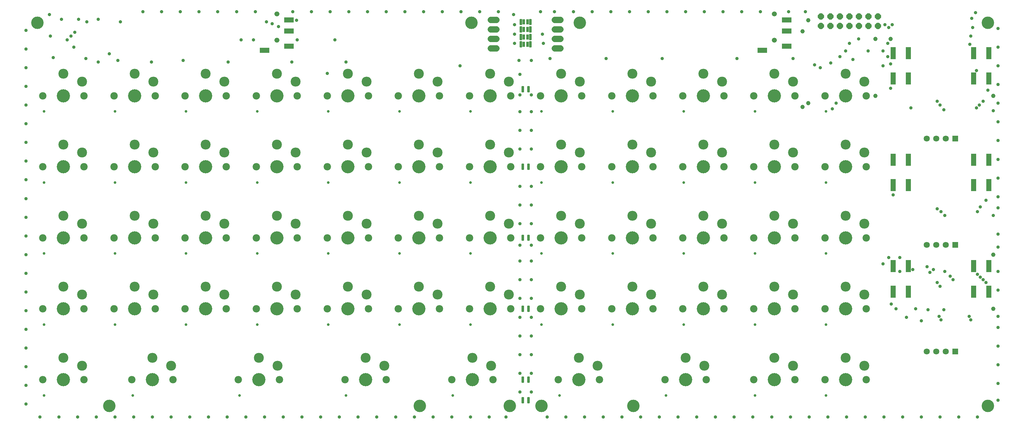
<source format=gts>
G75*
%MOIN*%
%OFA0B0*%
%FSLAX25Y25*%
%IPPOS*%
%LPD*%
%AMOC8*
5,1,8,0,0,1.08239X$1,22.5*
%
%ADD10C,0.13098*%
%ADD11C,0.13886*%
%ADD12C,0.02862*%
%ADD13C,0.07783*%
%ADD14C,0.10500*%
%ADD15R,0.05224X0.13098*%
%ADD16R,0.06406X0.06406*%
%ADD17C,0.06406*%
%ADD18C,0.06500*%
%ADD19R,0.10343X0.05224*%
%ADD20C,0.05224*%
%ADD21R,0.03000X0.05500*%
%ADD22OC8,0.06500*%
%ADD23C,0.03469*%
%ADD24C,0.03075*%
%ADD25C,0.04634*%
D10*
X0095304Y0051813D03*
X0422076Y0051813D03*
X0516564Y0051813D03*
X0550028Y0051813D03*
X0646485Y0051813D03*
X1019517Y0051813D03*
X1019517Y0455356D03*
X0590383Y0455356D03*
X0476209Y0455356D03*
X0019517Y0455356D03*
D11*
X0047076Y0378584D03*
X0121879Y0378584D03*
X0196682Y0378584D03*
X0271485Y0378584D03*
X0346288Y0378584D03*
X0421091Y0378584D03*
X0495894Y0378584D03*
X0570698Y0378584D03*
X0645501Y0378584D03*
X0720304Y0378584D03*
X0795107Y0378584D03*
X0869910Y0378584D03*
X0869910Y0303781D03*
X0795107Y0303781D03*
X0720304Y0303781D03*
X0645501Y0303781D03*
X0570698Y0303781D03*
X0495894Y0303781D03*
X0421091Y0303781D03*
X0346288Y0303781D03*
X0271485Y0303781D03*
X0196682Y0303781D03*
X0121879Y0303781D03*
X0047076Y0303781D03*
X0047076Y0228978D03*
X0121879Y0228978D03*
X0196682Y0228978D03*
X0271485Y0228978D03*
X0346288Y0228978D03*
X0421091Y0228978D03*
X0495894Y0228978D03*
X0570698Y0228978D03*
X0645501Y0228978D03*
X0720304Y0228978D03*
X0795107Y0228978D03*
X0869910Y0228978D03*
X0869910Y0154175D03*
X0795107Y0154175D03*
X0720304Y0154175D03*
X0645501Y0154175D03*
X0570698Y0154175D03*
X0495894Y0154175D03*
X0421091Y0154175D03*
X0346288Y0154175D03*
X0271485Y0154175D03*
X0196682Y0154175D03*
X0121879Y0154175D03*
X0047076Y0154175D03*
X0047076Y0079372D03*
X0140580Y0079372D03*
X0252784Y0079372D03*
X0364989Y0079372D03*
X0477194Y0079372D03*
X0589398Y0079372D03*
X0701603Y0079372D03*
X0795107Y0079372D03*
X0869910Y0079372D03*
D12*
X0849359Y0062836D03*
X0774556Y0062836D03*
X0681052Y0062836D03*
X0568847Y0062836D03*
X0456643Y0062836D03*
X0344438Y0062836D03*
X0232233Y0062836D03*
X0120028Y0062836D03*
X0026524Y0062836D03*
X0026524Y0137639D03*
X0101328Y0137639D03*
X0176131Y0137639D03*
X0250934Y0137639D03*
X0325737Y0137639D03*
X0400540Y0137639D03*
X0475343Y0137639D03*
X0550146Y0137639D03*
X0624950Y0137639D03*
X0699753Y0137639D03*
X0774556Y0137639D03*
X0849359Y0137639D03*
X0849359Y0212443D03*
X0774556Y0212443D03*
X0699753Y0212443D03*
X0624950Y0212443D03*
X0550146Y0212443D03*
X0475343Y0212443D03*
X0400540Y0212443D03*
X0325737Y0212443D03*
X0250934Y0212443D03*
X0176131Y0212443D03*
X0101328Y0212443D03*
X0026524Y0212443D03*
X0026524Y0287246D03*
X0101328Y0287246D03*
X0176131Y0287246D03*
X0250934Y0287246D03*
X0325737Y0287246D03*
X0400540Y0287246D03*
X0475343Y0287246D03*
X0550146Y0287246D03*
X0624950Y0287246D03*
X0699753Y0287246D03*
X0774556Y0287246D03*
X0849359Y0287246D03*
X0849359Y0362049D03*
X0774556Y0362049D03*
X0699753Y0362049D03*
X0624950Y0362049D03*
X0550146Y0362049D03*
X0475343Y0362049D03*
X0400540Y0362049D03*
X0325737Y0362049D03*
X0250934Y0362049D03*
X0176131Y0362049D03*
X0101328Y0362049D03*
X0026524Y0362049D03*
D13*
X0025422Y0378584D03*
X0068729Y0378584D03*
X0100225Y0378584D03*
X0143532Y0378584D03*
X0175028Y0378584D03*
X0218335Y0378584D03*
X0249831Y0378584D03*
X0293139Y0378584D03*
X0324635Y0378584D03*
X0367942Y0378584D03*
X0399438Y0378584D03*
X0442745Y0378584D03*
X0474241Y0378584D03*
X0517548Y0378584D03*
X0549044Y0378584D03*
X0592351Y0378584D03*
X0623847Y0378584D03*
X0667154Y0378584D03*
X0698650Y0378584D03*
X0741957Y0378584D03*
X0773454Y0378584D03*
X0816761Y0378584D03*
X0848257Y0378584D03*
X0891564Y0378584D03*
X0891564Y0303781D03*
X0848257Y0303781D03*
X0816761Y0303781D03*
X0773454Y0303781D03*
X0741957Y0303781D03*
X0698650Y0303781D03*
X0667154Y0303781D03*
X0623847Y0303781D03*
X0592351Y0303781D03*
X0549044Y0303781D03*
X0517548Y0303781D03*
X0474241Y0303781D03*
X0442745Y0303781D03*
X0399438Y0303781D03*
X0367942Y0303781D03*
X0324635Y0303781D03*
X0293139Y0303781D03*
X0249831Y0303781D03*
X0218335Y0303781D03*
X0175028Y0303781D03*
X0143532Y0303781D03*
X0100225Y0303781D03*
X0068729Y0303781D03*
X0025422Y0303781D03*
X0025422Y0228978D03*
X0068729Y0228978D03*
X0100225Y0228978D03*
X0143532Y0228978D03*
X0175028Y0228978D03*
X0218335Y0228978D03*
X0249831Y0228978D03*
X0293139Y0228978D03*
X0324635Y0228978D03*
X0367942Y0228978D03*
X0399438Y0228978D03*
X0442745Y0228978D03*
X0474241Y0228978D03*
X0517548Y0228978D03*
X0549044Y0228978D03*
X0592351Y0228978D03*
X0623847Y0228978D03*
X0667154Y0228978D03*
X0698650Y0228978D03*
X0741957Y0228978D03*
X0773454Y0228978D03*
X0816761Y0228978D03*
X0848257Y0228978D03*
X0891564Y0228978D03*
X0891564Y0154175D03*
X0848257Y0154175D03*
X0816761Y0154175D03*
X0773454Y0154175D03*
X0741957Y0154175D03*
X0698650Y0154175D03*
X0667154Y0154175D03*
X0623847Y0154175D03*
X0592351Y0154175D03*
X0549044Y0154175D03*
X0517548Y0154175D03*
X0474241Y0154175D03*
X0442745Y0154175D03*
X0399438Y0154175D03*
X0367942Y0154175D03*
X0324635Y0154175D03*
X0293139Y0154175D03*
X0249831Y0154175D03*
X0218335Y0154175D03*
X0175028Y0154175D03*
X0143532Y0154175D03*
X0100225Y0154175D03*
X0068729Y0154175D03*
X0025422Y0154175D03*
X0025422Y0079372D03*
X0068729Y0079372D03*
X0118926Y0079372D03*
X0162233Y0079372D03*
X0231131Y0079372D03*
X0274438Y0079372D03*
X0343335Y0079372D03*
X0386643Y0079372D03*
X0455540Y0079372D03*
X0498847Y0079372D03*
X0567745Y0079372D03*
X0611052Y0079372D03*
X0679950Y0079372D03*
X0723257Y0079372D03*
X0773454Y0079372D03*
X0816761Y0079372D03*
X0848257Y0079372D03*
X0891564Y0079372D03*
D14*
X0889595Y0094332D03*
X0869910Y0102600D03*
X0814792Y0094332D03*
X0795107Y0102600D03*
X0721288Y0094332D03*
X0701603Y0102600D03*
X0609083Y0094332D03*
X0589398Y0102600D03*
X0496879Y0094332D03*
X0477194Y0102600D03*
X0384674Y0094332D03*
X0364989Y0102600D03*
X0272469Y0094332D03*
X0252784Y0102600D03*
X0160265Y0094332D03*
X0140580Y0102600D03*
X0066761Y0094332D03*
X0047076Y0102600D03*
X0066761Y0169135D03*
X0047076Y0177403D03*
X0121879Y0177403D03*
X0141564Y0169135D03*
X0196682Y0177403D03*
X0216367Y0169135D03*
X0271485Y0177403D03*
X0291170Y0169135D03*
X0346288Y0177403D03*
X0365973Y0169135D03*
X0421091Y0177403D03*
X0440776Y0169135D03*
X0495894Y0177403D03*
X0515580Y0169135D03*
X0570698Y0177403D03*
X0590383Y0169135D03*
X0645501Y0177403D03*
X0665186Y0169135D03*
X0720304Y0177403D03*
X0739989Y0169135D03*
X0795107Y0177403D03*
X0814792Y0169135D03*
X0869910Y0177403D03*
X0889595Y0169135D03*
X0889595Y0243939D03*
X0869910Y0252206D03*
X0814792Y0243939D03*
X0795107Y0252206D03*
X0739989Y0243939D03*
X0720304Y0252206D03*
X0665186Y0243939D03*
X0645501Y0252206D03*
X0590383Y0243939D03*
X0570698Y0252206D03*
X0515580Y0243939D03*
X0495894Y0252206D03*
X0440776Y0243939D03*
X0421091Y0252206D03*
X0365973Y0243939D03*
X0346288Y0252206D03*
X0291170Y0243939D03*
X0271485Y0252206D03*
X0216367Y0243939D03*
X0196682Y0252206D03*
X0141564Y0243939D03*
X0121879Y0252206D03*
X0066761Y0243939D03*
X0047076Y0252206D03*
X0066761Y0318742D03*
X0047076Y0327009D03*
X0121879Y0327009D03*
X0141564Y0318742D03*
X0196682Y0327009D03*
X0216367Y0318742D03*
X0271485Y0327009D03*
X0291170Y0318742D03*
X0346288Y0327009D03*
X0365973Y0318742D03*
X0421091Y0327009D03*
X0440776Y0318742D03*
X0495894Y0327009D03*
X0515580Y0318742D03*
X0570698Y0327009D03*
X0590383Y0318742D03*
X0645501Y0327009D03*
X0665186Y0318742D03*
X0720304Y0327009D03*
X0739989Y0318742D03*
X0795107Y0327009D03*
X0814792Y0318742D03*
X0869910Y0327009D03*
X0889595Y0318742D03*
X0889595Y0393545D03*
X0869910Y0401813D03*
X0814792Y0393545D03*
X0795107Y0401813D03*
X0739989Y0393545D03*
X0720304Y0401813D03*
X0665186Y0393545D03*
X0645501Y0401813D03*
X0590383Y0393545D03*
X0570698Y0401813D03*
X0515580Y0393545D03*
X0495894Y0401813D03*
X0440776Y0393545D03*
X0421091Y0401813D03*
X0365973Y0393545D03*
X0346288Y0401813D03*
X0291170Y0393545D03*
X0271485Y0401813D03*
X0216367Y0393545D03*
X0196682Y0401813D03*
X0141564Y0393545D03*
X0121879Y0401813D03*
X0066761Y0393545D03*
X0047076Y0401813D03*
D15*
X0920107Y0396694D03*
X0935855Y0396694D03*
X0935855Y0423466D03*
X0920107Y0423466D03*
X1004753Y0423466D03*
X1020501Y0423466D03*
X1020501Y0396694D03*
X1004753Y0396694D03*
X1004753Y0311261D03*
X1020501Y0311261D03*
X1020501Y0284490D03*
X1004753Y0284490D03*
X0935855Y0284490D03*
X0920107Y0284490D03*
X0920107Y0311261D03*
X0935855Y0311261D03*
X0935855Y0199057D03*
X0920107Y0199057D03*
X0920107Y0172285D03*
X0935855Y0172285D03*
X1004753Y0172285D03*
X1020501Y0172285D03*
X1020501Y0199057D03*
X1004753Y0199057D03*
D16*
X0985304Y0221380D03*
X0985304Y0333584D03*
X0985304Y0109175D03*
D17*
X0975304Y0109175D03*
X0965304Y0109175D03*
X0955304Y0109175D03*
X0955304Y0221380D03*
X0965304Y0221380D03*
X0975304Y0221380D03*
X0975304Y0333584D03*
X0965304Y0333584D03*
X0955304Y0333584D03*
D18*
X0569997Y0428545D02*
X0563997Y0428545D01*
X0563997Y0438545D02*
X0569997Y0438545D01*
X0569997Y0448545D02*
X0563997Y0448545D01*
X0563997Y0458545D02*
X0569997Y0458545D01*
X0502595Y0458545D02*
X0496595Y0458545D01*
X0496595Y0448545D02*
X0502595Y0448545D01*
X0502595Y0438545D02*
X0496595Y0438545D01*
X0496595Y0428545D02*
X0502595Y0428545D01*
D19*
X0284280Y0430946D03*
X0258690Y0426616D03*
X0284280Y0446694D03*
X0284280Y0458506D03*
X0782312Y0426616D03*
X0807902Y0430946D03*
X0807902Y0446694D03*
X0807902Y0458506D03*
D20*
X0795107Y0464805D03*
X0795107Y0437246D03*
X0271485Y0437246D03*
X0271485Y0464805D03*
D21*
X0531296Y0456340D03*
X0535296Y0456340D03*
X0535296Y0448466D03*
X0531296Y0448466D03*
X0531296Y0440592D03*
X0535296Y0440592D03*
X0535296Y0432718D03*
X0531296Y0432718D03*
D22*
X0843847Y0452324D03*
X0853847Y0452324D03*
X0863847Y0452324D03*
X0873847Y0452324D03*
X0883847Y0452324D03*
X0893847Y0452324D03*
X0903847Y0452324D03*
X0903847Y0462324D03*
X0893847Y0462324D03*
X0883847Y0462324D03*
X0873847Y0462324D03*
X0863847Y0462324D03*
X0853847Y0462324D03*
X0843847Y0462324D03*
D23*
X0022469Y0040002D03*
X0042154Y0040002D03*
X0061839Y0040002D03*
X0081524Y0040002D03*
X0101209Y0040002D03*
X0120894Y0040002D03*
X0140580Y0040002D03*
X0160265Y0040002D03*
X0179950Y0040002D03*
X0199635Y0040002D03*
X0219320Y0040002D03*
X0239005Y0040002D03*
X0258690Y0040002D03*
X0278375Y0040002D03*
X0298060Y0040002D03*
X0317745Y0040002D03*
X0337430Y0040002D03*
X0357115Y0040002D03*
X0376800Y0040002D03*
X0396485Y0040002D03*
X0416170Y0040002D03*
X0435855Y0040002D03*
X0455540Y0040002D03*
X0475225Y0040002D03*
X0494910Y0040002D03*
X0512627Y0040002D03*
X0555934Y0040002D03*
X0575619Y0040002D03*
X0595304Y0040002D03*
X0614989Y0040002D03*
X0634674Y0040002D03*
X0654359Y0040002D03*
X0674044Y0040002D03*
X0693729Y0040002D03*
X0713414Y0040002D03*
X0733099Y0040002D03*
X0752784Y0040002D03*
X0772469Y0040002D03*
X0792154Y0040002D03*
X0811839Y0040002D03*
X0831524Y0040002D03*
X0851209Y0040002D03*
X0870894Y0040002D03*
X0890580Y0040002D03*
X0910265Y0040002D03*
X0929950Y0040002D03*
X0949635Y0040002D03*
X0969320Y0040002D03*
X0989005Y0040002D03*
X1008690Y0040002D03*
X1030343Y0057718D03*
X1030343Y0075435D03*
X1030343Y0095120D03*
X1030343Y0114805D03*
X1030343Y0134490D03*
X1030343Y0146301D03*
X1001800Y0142364D03*
X0999831Y0146301D03*
X0973257Y0153191D03*
X0968335Y0146301D03*
X0970304Y0142364D03*
X0956524Y0153191D03*
X0943729Y0154175D03*
X0933887Y0145317D03*
X0923060Y0154175D03*
X0918139Y0159096D03*
X0949635Y0141380D03*
X0969320Y0177797D03*
X0966367Y0181734D03*
X0958493Y0192561D03*
X0962430Y0195513D03*
X0955540Y0198466D03*
X0940776Y0195513D03*
X0926997Y0193545D03*
X0909280Y0201419D03*
X0915186Y0208309D03*
X0926997Y0208309D03*
X0974241Y0193545D03*
X0980146Y0188624D03*
X0983099Y0184687D03*
X1008690Y0190592D03*
X1011643Y0187639D03*
X1014595Y0184687D03*
X1017548Y0181734D03*
X1030343Y0173860D03*
X1030343Y0193545D03*
X1030343Y0219135D03*
X1030343Y0232915D03*
X1025422Y0252600D03*
X1030343Y0260474D03*
X1030343Y0272285D03*
X1017548Y0268348D03*
X1011643Y0261458D03*
X1008690Y0256537D03*
X0974241Y0252600D03*
X0970304Y0256537D03*
X0966367Y0259490D03*
X0920107Y0274254D03*
X1030343Y0291970D03*
X1030343Y0311655D03*
X1030343Y0331340D03*
X1030343Y0351025D03*
X1025422Y0362836D03*
X1030343Y0370710D03*
X1014595Y0372679D03*
X1010658Y0368742D03*
X1007706Y0365789D03*
X1019517Y0384490D03*
X1030343Y0390395D03*
X1007706Y0405159D03*
X1030343Y0410080D03*
X1030343Y0429765D03*
X1000816Y0432718D03*
X1001800Y0441576D03*
X1003769Y0450435D03*
X1002784Y0460277D03*
X1006721Y0466183D03*
X1030343Y0449450D03*
X0919123Y0453387D03*
X0915186Y0450435D03*
X0911249Y0453387D03*
X0914202Y0433702D03*
X0909280Y0425828D03*
X0914202Y0419923D03*
X0917154Y0412049D03*
X0909280Y0410080D03*
X0893532Y0425828D03*
X0883690Y0438624D03*
X0873847Y0433702D03*
X0869910Y0425828D03*
X0864005Y0419923D03*
X0854162Y0413033D03*
X0843335Y0408112D03*
X0837430Y0411065D03*
X0814792Y0417954D03*
X0755737Y0417954D03*
X0676997Y0417954D03*
X0617942Y0417954D03*
X0558887Y0417954D03*
X0551997Y0433702D03*
X0551013Y0443545D03*
X0521485Y0443545D03*
X0521485Y0453387D03*
X0520501Y0464214D03*
X0504753Y0467167D03*
X0485068Y0467167D03*
X0465383Y0467167D03*
X0445698Y0467167D03*
X0426013Y0467167D03*
X0406328Y0467167D03*
X0386643Y0467167D03*
X0366957Y0467167D03*
X0347272Y0467167D03*
X0327587Y0467167D03*
X0307902Y0467167D03*
X0292351Y0458309D03*
X0288217Y0467167D03*
X0266564Y0454372D03*
X0260658Y0456340D03*
X0273454Y0451419D03*
X0293139Y0437639D03*
X0332509Y0437639D03*
X0344320Y0414017D03*
X0324635Y0402206D03*
X0287233Y0414017D03*
X0246879Y0437639D03*
X0234083Y0437639D03*
X0220304Y0414017D03*
X0173060Y0415986D03*
X0139595Y0414017D03*
X0104162Y0415986D03*
X0095304Y0422876D03*
X0083493Y0414017D03*
X0070698Y0417954D03*
X0057902Y0429765D03*
X0051013Y0437639D03*
X0054950Y0441576D03*
X0058887Y0445513D03*
X0062824Y0459293D03*
X0071682Y0456340D03*
X0083493Y0459293D03*
X0107115Y0456340D03*
X0130737Y0467167D03*
X0150422Y0467167D03*
X0170107Y0467167D03*
X0189792Y0467167D03*
X0209477Y0467167D03*
X0229162Y0467167D03*
X0248847Y0467167D03*
X0045107Y0459293D03*
X0032312Y0464214D03*
X0007706Y0447482D03*
X0033296Y0441576D03*
X0007706Y0427797D03*
X0036249Y0418939D03*
X0007706Y0408112D03*
X0007706Y0388427D03*
X0007706Y0368742D03*
X0007706Y0349057D03*
X0007706Y0329372D03*
X0007706Y0309687D03*
X0007706Y0290002D03*
X0007706Y0270317D03*
X0007706Y0250631D03*
X0007706Y0230946D03*
X0007706Y0211261D03*
X0007706Y0191576D03*
X0007706Y0171891D03*
X0007706Y0152206D03*
X0007706Y0132521D03*
X0007706Y0112836D03*
X0007706Y0093151D03*
X0007706Y0073466D03*
X0007706Y0053781D03*
X0527391Y0066576D03*
X0539202Y0066576D03*
X0539202Y0086261D03*
X0527391Y0086261D03*
X0527391Y0105946D03*
X0539202Y0105946D03*
X0539202Y0125631D03*
X0527391Y0125631D03*
X0527391Y0145317D03*
X0539202Y0145317D03*
X0539202Y0165002D03*
X0527391Y0165002D03*
X0527391Y0184687D03*
X0539202Y0184687D03*
X0539202Y0204372D03*
X0527391Y0204372D03*
X0527391Y0221104D03*
X0539202Y0221104D03*
X0539202Y0243742D03*
X0527391Y0243742D03*
X0527391Y0263427D03*
X0539202Y0263427D03*
X0539202Y0283112D03*
X0527391Y0283112D03*
X0527391Y0322482D03*
X0539202Y0322482D03*
X0539202Y0342167D03*
X0527391Y0342167D03*
X0527391Y0361852D03*
X0539202Y0361852D03*
X0539202Y0379569D03*
X0527391Y0379569D03*
X0527391Y0401222D03*
X0526406Y0415986D03*
X0539202Y0415986D03*
X0521485Y0433702D03*
X0464398Y0410080D03*
X0549044Y0467167D03*
X0563808Y0467167D03*
X0583493Y0467167D03*
X0603178Y0467167D03*
X0622863Y0467167D03*
X0642548Y0467167D03*
X0662233Y0467167D03*
X0681918Y0467167D03*
X0701603Y0467167D03*
X0721288Y0467167D03*
X0740973Y0467167D03*
X0760658Y0467167D03*
X0780343Y0467167D03*
X0809871Y0467167D03*
X0827587Y0467167D03*
X0877784Y0416970D03*
X0917154Y0386458D03*
X0938808Y0365789D03*
X0966367Y0372679D03*
X0969320Y0368742D03*
X0973257Y0363820D03*
X0860068Y0370710D03*
X0856131Y0364805D03*
D24*
X0536249Y0383506D03*
X0536249Y0385474D03*
X0536249Y0387443D03*
X0530343Y0387443D03*
X0530343Y0385474D03*
X0530343Y0383506D03*
X0528375Y0430750D03*
X0528375Y0432718D03*
X0528375Y0434687D03*
X0528375Y0438624D03*
X0528375Y0440592D03*
X0528375Y0442561D03*
X0528375Y0446498D03*
X0528375Y0448466D03*
X0528375Y0450435D03*
X0528375Y0454372D03*
X0528375Y0456340D03*
X0528375Y0458309D03*
X0538217Y0458309D03*
X0538217Y0456340D03*
X0538217Y0454372D03*
X0538217Y0450435D03*
X0538217Y0448466D03*
X0538217Y0446498D03*
X0538217Y0442561D03*
X0538217Y0440592D03*
X0538217Y0438624D03*
X0538217Y0434687D03*
X0538217Y0432718D03*
X0538217Y0430750D03*
X0536249Y0305750D03*
X0536249Y0303781D03*
X0536249Y0301813D03*
X0530343Y0301813D03*
X0530343Y0303781D03*
X0530343Y0305750D03*
X0530343Y0230946D03*
X0530343Y0228978D03*
X0530343Y0227009D03*
X0536249Y0227009D03*
X0536249Y0228978D03*
X0536249Y0230946D03*
X0536249Y0156143D03*
X0536249Y0154175D03*
X0536249Y0152206D03*
X0530343Y0152206D03*
X0530343Y0154175D03*
X0530343Y0156143D03*
X0530343Y0081340D03*
X0530343Y0079372D03*
X0530343Y0077403D03*
X0536249Y0077403D03*
X0536249Y0079372D03*
X0536249Y0081340D03*
X0536249Y0059687D03*
X0536249Y0057718D03*
X0536249Y0055750D03*
X0530343Y0055750D03*
X0530343Y0057718D03*
X0530343Y0059687D03*
D25*
X1025422Y0154175D03*
X1025422Y0211261D03*
X0824635Y0366773D03*
X0830540Y0370710D03*
X0901406Y0378584D03*
X0901406Y0438624D03*
X0917154Y0438624D03*
X0830540Y0458309D03*
X0824635Y0446498D03*
X1025422Y0378584D03*
M02*

</source>
